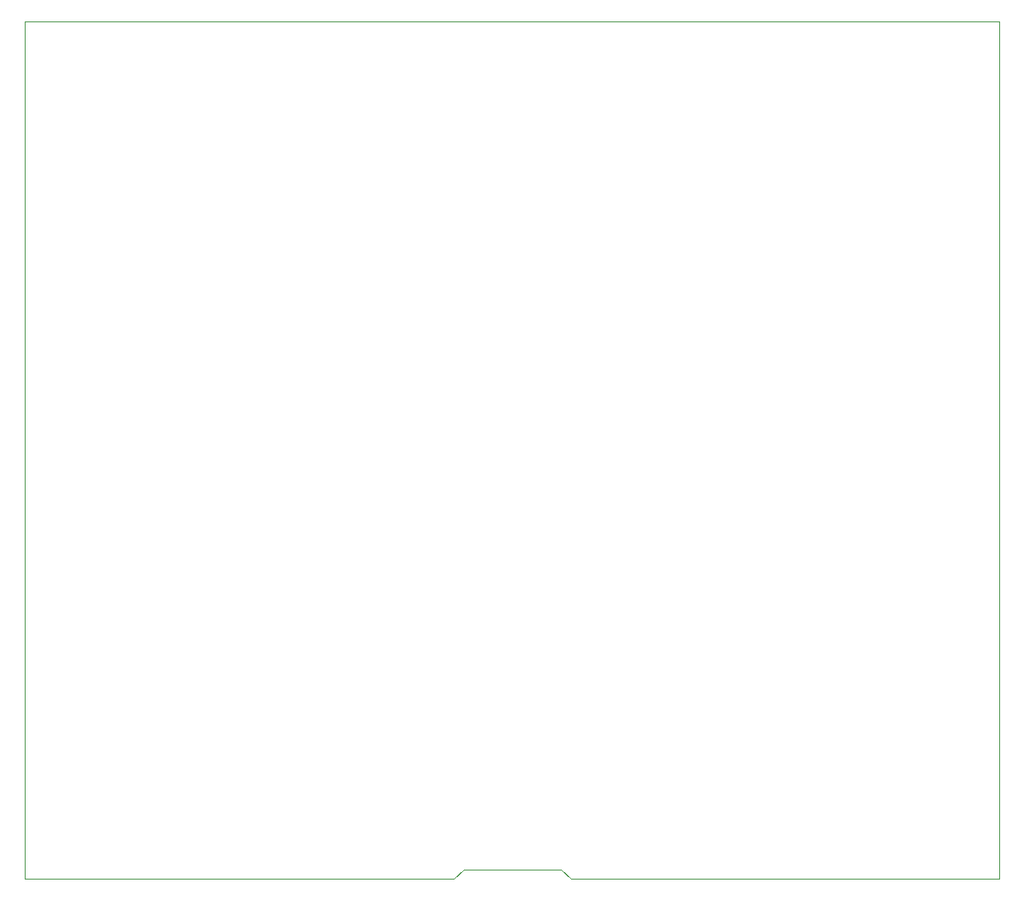
<source format=gm1>
G04 #@! TF.GenerationSoftware,KiCad,Pcbnew,9.0.4-9.0.4-0~ubuntu22.04.1*
G04 #@! TF.CreationDate,2025-10-29T06:09:25-06:00*
G04 #@! TF.ProjectId,WOOTSwitch,574f4f54-5377-4697-9463-682e6b696361,rev?*
G04 #@! TF.SameCoordinates,Original*
G04 #@! TF.FileFunction,Profile,NP*
%FSLAX46Y46*%
G04 Gerber Fmt 4.6, Leading zero omitted, Abs format (unit mm)*
G04 Created by KiCad (PCBNEW 9.0.4-9.0.4-0~ubuntu22.04.1) date 2025-10-29 06:09:25*
%MOMM*%
%LPD*%
G01*
G04 APERTURE LIST*
G04 #@! TA.AperFunction,Profile*
%ADD10C,0.100000*%
G04 #@! TD*
G04 APERTURE END LIST*
D10*
X160000000Y-60000000D02*
X60000000Y-60000000D01*
X60000000Y-148000000D02*
X104000000Y-148000000D01*
X60000000Y-60000000D02*
X60000000Y-148000000D01*
X115000000Y-147000000D02*
X116000000Y-148000000D01*
X116000000Y-148000000D02*
X160000000Y-148000000D01*
X104000000Y-148000000D02*
X105000000Y-147000000D01*
X105000000Y-147000000D02*
X115000000Y-147000000D01*
X160000000Y-60000000D02*
X160000000Y-148000000D01*
M02*

</source>
